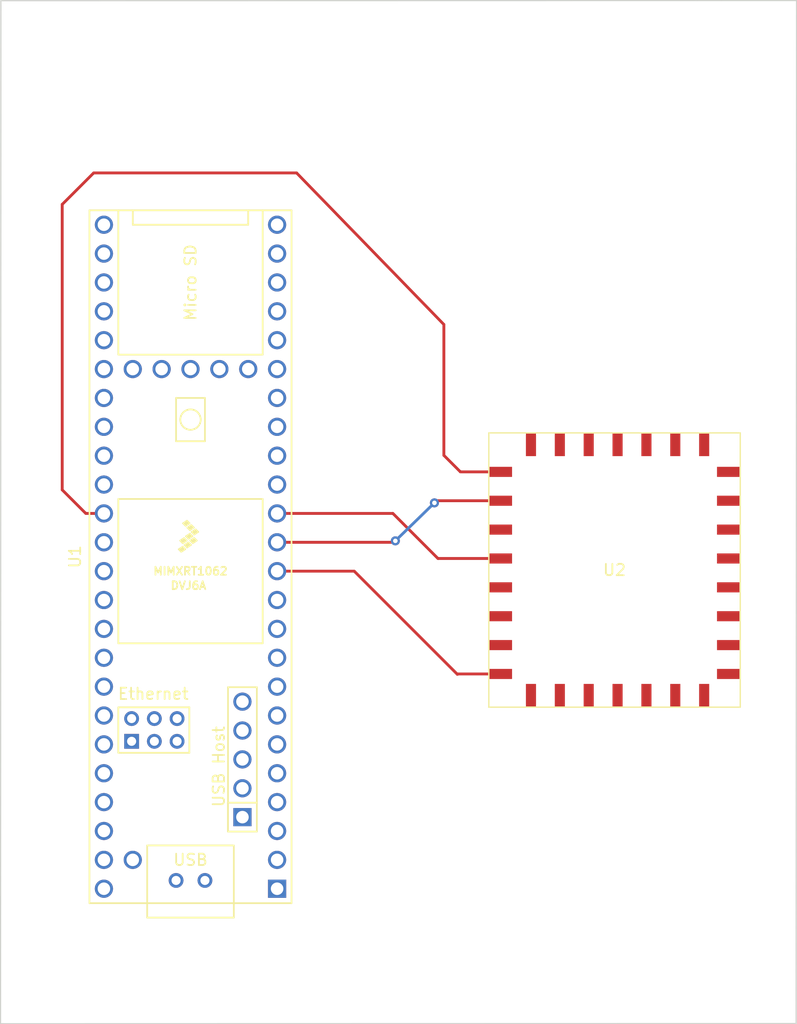
<source format=kicad_pcb>
(kicad_pcb (version 20211014) (generator pcbnew)
  (layers (0 "F.Cu" signal) (31 "B.Cu" signal) (34 "B.Paste" user) (35 "F.Paste" user) (36 "B.SilkS" user "B.Silkscreen") (37 "F.SilkS" user "F.Silkscreen") (38 "B.Mask" user) (39 "F.Mask" user) (44 "Edge.Cuts" user))
  (net 0 "")
  (net 1 "Net-(U1-Pad1)")
  (net 12 "Net-(U1-Pad12)")
  (net 13 "Net-(U1-Pad13)")
  (net 14 "Net-(U1-Pad14)")
  (net 35 "Net-(U1-Pad35)")
  (net 48 "Net-(U1-Pad48)")
  (net 68 "Net-(U2-Pad1)")
  (net 77 "Net-(U2-Pad10)")
  (footprint "teensy_footprints:Teensy41" (layer "F.Cu") (at 99.693795 88.933494 90)
    (fp_text reference "U1" (at 0 -10.16 90) (layer "F.SilkS"))
    (fp_text value "Teensy4.1")
    (fp_text user "Micro SD" (at 24.13 0 90) (layer "F.SilkS"))
    (fp_text user "Ethernet" (at -12.065 -3.2766) (layer "F.SilkS"))
    (fp_text user "USB Host" (at -18.4658 2.4892 90) (layer "F.SilkS"))
    (fp_text user "MIMXRT1062" (at -1.27 0) (layer "F.SilkS") (effects (font (size 0.7 0.7))))
    (fp_text user "USB" (at -26.67 0) (layer "F.SilkS"))
    (fp_text user "DVJ6A" (at -2.54 -0.18) (layer "F.SilkS") (effects (font (size 0.7 0.7))))
    (fp_line (start -30.48 -8.89) (end 30.48 -8.89) (layer "F.SilkS") (width 0.15))
    (fp_line (start 17.78 6.35) (end 30.48 6.35) (layer "F.SilkS") (width 0.15))
    (fp_line (start -31.75 3.81) (end -31.75 -3.81) (layer "F.SilkS") (width 0.15))
    (fp_line (start 13.97 1.27) (end 10.16 1.27) (layer "F.SilkS") (width 0.15))
    (fp_line (start -25.4 3.81) (end -30.48 3.81) (layer "F.SilkS") (width 0.15))
    (fp_line (start -24.1808 5.8392) (end -24.1808 3.2992) (layer "F.SilkS") (width 0.15))
    (fp_line (start -13.25 -0.1016) (end -13.25 -6.3516) (layer "F.SilkS") (width 0.15))
    (fp_line (start 10.16 1.27) (end 10.16 -1.27) (layer "F.SilkS") (width 0.15))
    (fp_line (start -31.75 -3.81) (end -30.48 -3.81) (layer "F.SilkS") (width 0.15))
    (fp_line (start -7.62 -6.35) (end -7.62 6.35) (layer "F.SilkS") (width 0.15))
    (fp_line (start -11.4808 5.8392) (end -24.1808 5.8392) (layer "F.SilkS") (width 0.15))
    (fp_line (start 29.21 -5.08) (end 29.21 5.08) (layer "F.SilkS") (width 0.15))
    (fp_line (start -17.25 -0.1016) (end -13.25 -0.1016) (layer "F.SilkS") (width 0.15))
    (fp_line (start -13.25 -6.3516) (end -17.25 -6.3516) (layer "F.SilkS") (width 0.15))
    (fp_line (start 5.08 6.35) (end 5.08 -6.35) (layer "F.SilkS") (width 0.15))
    (fp_line (start -17.25 -6.1016) (end -17.25 -0.1016) (layer "F.SilkS") (width 0.15))
    (fp_line (start 30.48 8.89) (end -30.48 8.89) (layer "F.SilkS") (width 0.15))
    (fp_line (start 30.48 -8.89) (end 30.48 8.89) (layer "F.SilkS") (width 0.15))
    (fp_line (start 10.16 -1.27) (end 13.97 -1.27) (layer "F.SilkS") (width 0.15))
    (fp_line (start -17.25 -6.3516) (end -17.25 -6.1016) (layer "F.SilkS") (width 0.15))
    (fp_line (start -24.1808 3.2992) (end -11.4808 3.2992) (layer "F.SilkS") (width 0.15))
    (fp_line (start -30.48 8.89) (end -30.48 -8.89) (layer "F.SilkS") (width 0.15))
    (fp_line (start -30.48 3.81) (end -31.75 3.81) (layer "F.SilkS") (width 0.15))
    (fp_line (start 5.08 -6.35) (end -7.62 -6.35) (layer "F.SilkS") (width 0.15))
    (fp_line (start -7.62 6.35) (end 5.08 6.35) (layer "F.SilkS") (width 0.15))
    (fp_line (start 13.97 -1.27) (end 13.97 1.27) (layer "F.SilkS") (width 0.15))
    (fp_line (start 29.21 5.08) (end 30.48 5.08) (layer "F.SilkS") (width 0.15))
    (fp_line (start 30.48 -5.08) (end 29.21 -5.08) (layer "F.SilkS") (width 0.15))
    (fp_line (start 17.78 -6.35) (end 17.78 6.35) (layer "F.SilkS") (width 0.15))
    (fp_line (start -25.4 -3.81) (end -30.48 -3.81) (layer "F.SilkS") (width 0.15))
    (fp_line (start -25.4 3.81) (end -25.4 -3.81) (layer "F.SilkS") (width 0.15))
    (fp_line (start -11.4808 3.2992) (end -11.4808 5.8392) (layer "F.SilkS") (width 0.15))
    (fp_line (start -24.1808 3.2992) (end -21.6408 3.2992) (layer "F.SilkS") (width 0.15))
    (fp_line (start -21.6408 3.2992) (end -21.6408 5.8392) (layer "F.SilkS") (width 0.15))
    (fp_line (start 30.48 -6.35) (end 17.78 -6.35) (layer "F.SilkS") (width 0.15))
    (fp_circle (center 12.065 0) (end 12.7 -0.635) (layer "F.SilkS") (width 0.15) (fill none))
    (fp_poly (pts (xy 2.054 -0.053) (xy 1.8 0.201) (xy 1.546 -0.18) (xy 1.8 -0.434)) (layer "F.SilkS") (width 0.1) (fill solid))
    (fp_poly (pts (xy 1.292 -0.18) (xy 1.038 0.074) (xy 0.784 -0.307) (xy 1.038 -0.561)) (layer "F.SilkS") (width 0.1) (fill solid))
    (fp_poly (pts (xy 2.435 0.455) (xy 2.181 0.709) (xy 1.927 0.328) (xy 2.181 0.074)) (layer "F.SilkS") (width 0.1) (fill solid))
    (fp_poly (pts (xy 3.197 -0.307) (xy 2.943 -0.053) (xy 2.689 -0.434) (xy 2.943 -0.688)) (layer "F.SilkS") (width 0.1) (fill solid))
    (fp_poly (pts (xy 2.816 0.074) (xy 2.562 0.328) (xy 2.308 -0.053) (xy 2.562 -0.307)) (layer "F.SilkS") (width 0.1) (fill solid))
    (fp_poly (pts (xy 0.911 -0.688) (xy 0.657 -0.434) (xy 0.403 -0.815) (xy 0.657 -1.069)) (layer "F.SilkS") (width 0.1) (fill solid))
    (fp_poly (pts (xy 1.673 0.328) (xy 1.419 0.582) (xy 1.165 0.201) (xy 1.419 -0.053)) (layer "F.SilkS") (width 0.1) (fill solid))
    (fp_poly (pts (xy 1.673 -0.561) (xy 1.419 -0.307) (xy 1.165 -0.688) (xy 1.419 -0.942)) (layer "F.SilkS") (width 0.1) (fill solid))
    (pad "1" thru_hole rect (at -29.21 7.62 90) (size 1.6 1.6) (drill 1.1) (layers *.Cu *.Mask) (net 1 "Net-(U1-Pad1)"))
    (pad "2" thru_hole circle (at -26.67 7.62 90) (size 1.6 1.6) (drill 1.1) (layers *.Cu *.Mask))
    (pad "3" thru_hole circle (at -24.13 7.62 90) (size 1.6 1.6) (drill 1.1) (layers *.Cu *.Mask))
    (pad "4" thru_hole circle (at -21.59 7.62 90) (size 1.6 1.6) (drill 1.1) (layers *.Cu *.Mask))
    (pad "5" thru_hole circle (at -19.05 7.62 90) (size 1.6 1.6) (drill 1.1) (layers *.Cu *.Mask))
    (pad "6" thru_hole circle (at -16.51 7.62 90) (size 1.6 1.6) (drill 1.1) (layers *.Cu *.Mask))
    (pad "7" thru_hole circle (at -13.97 7.62 90) (size 1.6 1.6) (drill 1.1) (layers *.Cu *.Mask))
    (pad "8" thru_hole circle (at -11.43 7.62 90) (size 1.6 1.6) (drill 1.1) (layers *.Cu *.Mask))
    (pad "9" thru_hole circle (at -8.89 7.62 90) (size 1.6 1.6) (drill 1.1) (layers *.Cu *.Mask))
    (pad "10" thru_hole circle (at -6.35 7.62 90) (size 1.6 1.6) (drill 1.1) (layers *.Cu *.Mask))
    (pad "11" thru_hole circle (at -3.81 7.62 90) (size 1.6 1.6) (drill 1.1) (layers *.Cu *.Mask))
    (pad "12" thru_hole circle (at -1.27 7.62 90) (size 1.6 1.6) (drill 1.1) (layers *.Cu *.Mask) (net 12 "Net-(U1-Pad12)"))
    (pad "13" thru_hole circle (at 1.27 7.62 90) (size 1.6 1.6) (drill 1.1) (layers *.Cu *.Mask) (net 13 "Net-(U1-Pad13)"))
    (pad "14" thru_hole circle (at 3.81 7.62 90) (size 1.6 1.6) (drill 1.1) (layers *.Cu *.Mask) (net 14 "Net-(U1-Pad14)"))
    (pad "15" thru_hole circle (at 6.35 7.62 90) (size 1.6 1.6) (drill 1.1) (layers *.Cu *.Mask))
    (pad "16" thru_hole circle (at 8.89 7.62 90) (size 1.6 1.6) (drill 1.1) (layers *.Cu *.Mask))
    (pad "17" thru_hole circle (at 11.43 7.62 90) (size 1.6 1.6) (drill 1.1) (layers *.Cu *.Mask))
    (pad "18" thru_hole circle (at 13.97 7.62 90) (size 1.6 1.6) (drill 1.1) (layers *.Cu *.Mask))
    (pad "19" thru_hole circle (at 16.51 7.62 90) (size 1.6 1.6) (drill 1.1) (layers *.Cu *.Mask))
    (pad "20" thru_hole circle (at 19.05 7.62 90) (size 1.6 1.6) (drill 1.1) (layers *.Cu *.Mask))
    (pad "21" thru_hole circle (at 21.59 7.62 90) (size 1.6 1.6) (drill 1.1) (layers *.Cu *.Mask))
    (pad "22" thru_hole circle (at 24.13 7.62 90) (size 1.6 1.6) (drill 1.1) (layers *.Cu *.Mask))
    (pad "23" thru_hole circle (at 26.67 7.62 90) (size 1.6 1.6) (drill 1.1) (layers *.Cu *.Mask))
    (pad "24" thru_hole circle (at 29.21 7.62 90) (size 1.6 1.6) (drill 1.1) (layers *.Cu *.Mask))
    (pad "25" thru_hole circle (at 29.21 -7.62 90) (size 1.6 1.6) (drill 1.1) (layers *.Cu *.Mask))
    (pad "26" thru_hole circle (at 26.67 -7.62 90) (size 1.6 1.6) (drill 1.1) (layers *.Cu *.Mask))
    (pad "27" thru_hole circle (at 24.13 -7.62 90) (size 1.6 1.6) (drill 1.1) (layers *.Cu *.Mask))
    (pad "28" thru_hole circle (at 21.59 -7.62 90) (size 1.6 1.6) (drill 1.1) (layers *.Cu *.Mask))
    (pad "29" thru_hole circle (at 19.05 -7.62 90) (size 1.6 1.6) (drill 1.1) (layers *.Cu *.Mask))
    (pad "30" thru_hole circle (at 16.51 -7.62 90) (size 1.6 1.6) (drill 1.1) (layers *.Cu *.Mask))
    (pad "31" thru_hole circle (at 13.97 -7.62 90) (size 1.6 1.6) (drill 1.1) (layers *.Cu *.Mask))
    (pad "32" thru_hole circle (at 11.43 -7.62 90) (size 1.6 1.6) (drill 1.1) (layers *.Cu *.Mask))
    (pad "33" thru_hole circle (at 8.89 -7.62 90) (size 1.6 1.6) (drill 1.1) (layers *.Cu *.Mask))
    (pad "34" thru_hole circle (at 6.35 -7.62 90) (size 1.6 1.6) (drill 1.1) (layers *.Cu *.Mask))
    (pad "35" thru_hole circle (at 3.81 -7.62 90) (size 1.6 1.6) (drill 1.1) (layers *.Cu *.Mask) (net 35 "Net-(U1-Pad35)"))
    (pad "36" thru_hole circle (at 1.27 -7.62 90) (size 1.6 1.6) (drill 1.1) (layers *.Cu *.Mask))
    (pad "37" thru_hole circle (at -1.27 -7.62 90) (size 1.6 1.6) (drill 1.1) (layers *.Cu *.Mask))
    (pad "38" thru_hole circle (at -3.81 -7.62 90) (size 1.6 1.6) (drill 1.1) (layers *.Cu *.Mask))
    (pad "39" thru_hole circle (at -6.35 -7.62 90) (size 1.6 1.6) (drill 1.1) (layers *.Cu *.Mask))
    (pad "40" thru_hole circle (at -8.89 -7.62 90) (size 1.6 1.6) (drill 1.1) (layers *.Cu *.Mask))
    (pad "41" thru_hole circle (at -11.43 -7.62 90) (size 1.6 1.6) (drill 1.1) (layers *.Cu *.Mask))
    (pad "42" thru_hole circle (at -13.97 -7.62 90) (size 1.6 1.6) (drill 1.1) (layers *.Cu *.Mask))
    (pad "43" thru_hole circle (at -16.51 -7.62 90) (size 1.6 1.6) (drill 1.1) (layers *.Cu *.Mask))
    (pad "44" thru_hole circle (at -19.05 -7.62 90) (size 1.6 1.6) (drill 1.1) (layers *.Cu *.Mask))
    (pad "45" thru_hole circle (at -21.59 -7.62 90) (size 1.6 1.6) (drill 1.1) (layers *.Cu *.Mask))
    (pad "46" thru_hole circle (at -24.13 -7.62 90) (size 1.6 1.6) (drill 1.1) (layers *.Cu *.Mask))
    (pad "47" thru_hole circle (at -26.67 -7.62 90) (size 1.6 1.6) (drill 1.1) (layers *.Cu *.Mask))
    (pad "48" thru_hole circle (at -29.21 -7.62 90) (size 1.6 1.6) (drill 1.1) (layers *.Cu *.Mask) (net 48 "Net-(U1-Pad48)"))
    (pad "49" thru_hole circle (at -26.67 -5.08 90) (size 1.6 1.6) (drill 1.1) (layers *.Cu *.Mask))
    (pad "50" thru_hole circle (at 16.51 5.08 90) (size 1.6 1.6) (drill 1.1) (layers *.Cu *.Mask))
    (pad "51" thru_hole circle (at 16.51 2.54 90) (size 1.6 1.6) (drill 1.1) (layers *.Cu *.Mask))
    (pad "52" thru_hole circle (at 16.51 0 90) (size 1.6 1.6) (drill 1.1) (layers *.Cu *.Mask))
    (pad "53" thru_hole circle (at 16.51 -2.54 90) (size 1.6 1.6) (drill 1.1) (layers *.Cu *.Mask))
    (pad "54" thru_hole circle (at 16.51 -5.08 90) (size 1.6 1.6) (drill 1.1) (layers *.Cu *.Mask))
    (pad "55" thru_hole rect (at -22.9108 4.5692 90) (size 1.6 1.6) (drill 1.1) (layers *.Cu *.Mask))
    (pad "56" thru_hole circle (at -20.3708 4.5692 90) (size 1.6 1.6) (drill 1.1) (layers *.Cu *.Mask))
    (pad "57" thru_hole circle (at -17.8308 4.5692 90) (size 1.6 1.6) (drill 1.1) (layers *.Cu *.Mask))
    (pad "58" thru_hole circle (at -15.2908 4.5692 90) (size 1.6 1.6) (drill 1.1) (layers *.Cu *.Mask))
    (pad "59" thru_hole circle (at -12.7508 4.5692 90) (size 1.6 1.6) (drill 1.1) (layers *.Cu *.Mask))
    (pad "60" thru_hole rect (at -16.24 -5.1816 90) (size 1.3 1.3) (drill 0.8) (layers *.Cu *.Mask))
    (pad "61" thru_hole circle (at -16.24 -3.1816 90) (size 1.3 1.3) (drill 0.8) (layers *.Cu *.Mask))
    (pad "62" thru_hole circle (at -16.24 -1.1816 90) (size 1.3 1.3) (drill 0.8) (layers *.Cu *.Mask))
    (pad "63" thru_hole circle (at -14.24 -1.1816 90) (size 1.3 1.3) (drill 0.8) (layers *.Cu *.Mask))
    (pad "64" thru_hole circle (at -14.24 -3.1816 90) (size 1.3 1.3) (drill 0.8) (layers *.Cu *.Mask))
    (pad "65" thru_hole circle (at -14.24 -5.1816 90) (size 1.3 1.3) (drill 0.8) (layers *.Cu *.Mask))
    (pad "66" thru_hole circle (at -28.48 -1.27 90) (size 1.3 1.3) (drill 0.8) (layers *.Cu *.Mask))
    (pad "67" thru_hole circle (at -28.48 1.27 90) (size 1.3 1.3) (drill 0.8) (layers *.Cu *.Mask))
  )
  (footprint "vn-100_footprint:vn-100s" (layer "F.Cu") (at 137.004582 90.103637)
    (fp_text reference "U2" (at 0 0 unlocked) (layer "F.SilkS"))
    (fp_text value "vn-100")
    (fp_line (start -11.0617 -12.065) (end -11.0617 12.065) (layer "F.SilkS") (width 0.12))
    (fp_line (start 11.0617 -12.065) (end 11.0617 12.065) (layer "F.SilkS") (width 0.12))
    (fp_line (start -11.0617 12.065) (end 11.0617 12.065) (layer "F.SilkS") (width 0.12))
    (fp_line (start -11.0617 -12.065) (end 11.0617 -12.065) (layer "F.SilkS") (width 0.12))
    (pad "1" smd rect (at 10.0076 9.144) (size 1.9812 0.889) (layers "F.Cu" "F.Paste" "F.Mask") (net 68 "Net-(U2-Pad1)"))
    (pad "2" smd rect (at 10.0076 6.604) (size 1.9812 0.889) (layers "F.Cu" "F.Paste" "F.Mask"))
    (pad "3" smd rect (at 10.0076 4.064) (size 1.9812 0.889) (layers "F.Cu" "F.Paste" "F.Mask"))
    (pad "4" smd rect (at 10.0076 1.524) (size 1.9812 0.889) (layers "F.Cu" "F.Paste" "F.Mask"))
    (pad "5" smd rect (at 10.0076 -1.016) (size 1.9812 0.889) (layers "F.Cu" "F.Paste" "F.Mask"))
    (pad "6" smd rect (at 10.0076 -3.556) (size 1.9812 0.889) (layers "F.Cu" "F.Paste" "F.Mask"))
    (pad "7" smd rect (at 10.0076 -6.096) (size 1.9812 0.889) (layers "F.Cu" "F.Paste" "F.Mask"))
    (pad "8" smd rect (at 10.0076 -8.636) (size 1.9812 0.889) (layers "F.Cu" "F.Paste" "F.Mask"))
    (pad "9" smd rect (at 7.8867 -11.0109 90) (size 1.9812 0.889) (layers "F.Cu" "F.Paste" "F.Mask"))
    (pad "10" smd rect (at 5.3467 -11.0109 90) (size 1.9812 0.889) (layers "F.Cu" "F.Paste" "F.Mask") (net 77 "Net-(U2-Pad10)"))
    (pad "11" smd rect (at 2.8067 -11.0109 90) (size 1.9812 0.889) (layers "F.Cu" "F.Paste" "F.Mask"))
    (pad "12" smd rect (at 0.2667 -11.0109 90) (size 1.9812 0.889) (layers "F.Cu" "F.Paste" "F.Mask"))
    (pad "13" smd rect (at -2.2733 -11.0109 90) (size 1.9812 0.889) (layers "F.Cu" "F.Paste" "F.Mask"))
    (pad "14" smd rect (at -4.8133 -11.0109 90) (size 1.9812 0.889) (layers "F.Cu" "F.Paste" "F.Mask"))
    (pad "15" smd rect (at -7.3533 -11.0109 90) (size 1.9812 0.889) (layers "F.Cu" "F.Paste" "F.Mask"))
    (pad "16" smd rect (at -10.0076 -8.636 180) (size 1.9812 0.889) (layers "F.Cu" "F.Paste" "F.Mask") (net 35 "Net-(U1-Pad35)"))
    (pad "17" smd rect (at -10.0076 -6.096 180) (size 1.9812 0.889) (layers "F.Cu" "F.Paste" "F.Mask") (net 13 "Net-(U1-Pad13)"))
    (pad "18" smd rect (at -10.0076 -3.556 180) (size 1.9812 0.889) (layers "F.Cu" "F.Paste" "F.Mask"))
    (pad "19" smd rect (at -10.0076 -1.016 180) (size 1.9812 0.889) (layers "F.Cu" "F.Paste" "F.Mask") (net 14 "Net-(U1-Pad14)"))
    (pad "20" smd rect (at -10.0076 1.524 180) (size 1.9812 0.889) (layers "F.Cu" "F.Paste" "F.Mask"))
    (pad "21" smd rect (at -10.0076 4.064 180) (size 1.9812 0.889) (layers "F.Cu" "F.Paste" "F.Mask"))
    (pad "22" smd rect (at -10.0076 6.604 180) (size 1.9812 0.889) (layers "F.Cu" "F.Paste" "F.Mask"))
    (pad "23" smd rect (at -10.0076 9.144 180) (size 1.9812 0.889) (layers "F.Cu" "F.Paste" "F.Mask") (net 12 "Net-(U1-Pad12)"))
    (pad "24" smd rect (at -7.3533 11.0109 270) (size 1.9812 0.889) (layers "F.Cu" "F.Paste" "F.Mask"))
    (pad "25" smd rect (at -4.8133 11.0109 270) (size 1.9812 0.889) (layers "F.Cu" "F.Paste" "F.Mask"))
    (pad "26" smd rect (at -2.2733 11.0109 270) (size 1.9812 0.889) (layers "F.Cu" "F.Paste" "F.Mask"))
    (pad "27" smd rect (at 0.2667 11.0109 270) (size 1.9812 0.889) (layers "F.Cu" "F.Paste" "F.Mask"))
    (pad "28" smd rect (at 2.8067 11.0109 270) (size 1.9812 0.889) (layers "F.Cu" "F.Paste" "F.Mask"))
    (pad "29" smd rect (at 5.3467 11.0109 270) (size 1.9812 0.889) (layers "F.Cu" "F.Paste" "F.Mask"))
    (pad "30" smd rect (at 7.8867 11.0109 270) (size 1.9812 0.889) (layers "F.Cu" "F.Paste" "F.Mask"))
  )
  (gr_line (start 152.983927 130.003973) (end 153.021615 40.001831) (layer "Edge.Cuts") (width 0.1))
  (gr_line (start 82.980924 130.017531) (end 152.983927 130.003973) (layer "Edge.Cuts") (width 0.1))
  (gr_line (start 83.009822 40.014024) (end 82.980924 130.017531) (layer "Edge.Cuts") (width 0.1))
  (gr_line (start 153.021615 40.001831) (end 83.009822 40.014024) (layer "Edge.Cuts") (width 0.1))
  (segment (start 107.313795 90.203494) (end 114.099904 90.203494) (width 0.25) (layer "F.Cu") (net 12))
  (segment (start 123.177315 99.280905) (end 123.210583 99.247637) (width 0.25) (layer "F.Cu") (net 12))
  (segment (start 114.099904 90.203494) (end 123.177315 99.280905) (width 0.25) (layer "F.Cu") (net 12))
  (segment (start 123.210583 99.247637) (end 126.996982 99.247637) (width 0.25) (layer "F.Cu") (net 12))
  (segment (start 121.343619 84.007637) (end 121.156386 84.19487) (width 0.25) (layer "F.Cu") (net 13))
  (segment (start 126.996982 84.007637) (end 121.343619 84.007637) (width 0.25) (layer "F.Cu") (net 13))
  (segment (start 117.592277 87.663494) (end 117.718892 87.536879) (width 0.25) (layer "F.Cu") (net 13))
  (segment (start 107.313795 87.663494) (end 117.592277 87.663494) (width 0.25) (layer "F.Cu") (net 13))
  (via (at 117.718892 87.536879) (size 0.8) (drill 0.4) (layers "F.Cu" "B.Cu") (net 13))
  (via (at 121.156386 84.19487) (size 0.8) (drill 0.4) (layers "F.Cu" "B.Cu") (net 13))
  (segment (start 117.718892 87.536879) (end 121.156386 84.19487) (width 0.25) (layer "B.Cu") (net 13))
  (segment (start 117.501684 85.123494) (end 121.465827 89.087637) (width 0.25) (layer "F.Cu") (net 14))
  (segment (start 121.465827 89.087637) (end 126.996982 89.087637) (width 0.25) (layer "F.Cu") (net 14))
  (segment (start 107.313795 85.123494) (end 117.501684 85.123494) (width 0.25) (layer "F.Cu") (net 14))
  (segment (start 121.988714 80.01307) (end 123.443281 81.467637) (width 0.25) (layer "F.Cu") (net 35))
  (segment (start 91.173795 55.167139) (end 109.02967 55.167139) (width 0.25) (layer "F.Cu") (net 35))
  (segment (start 92.073795 85.123494) (end 90.479157 85.123494) (width 0.25) (layer "F.Cu") (net 35))
  (segment (start 109.02967 55.167139) (end 121.988714 68.502416) (width 0.25) (layer "F.Cu") (net 35))
  (segment (start 88.404702 57.936232) (end 91.173795 55.167139) (width 0.25) (layer "F.Cu") (net 35))
  (segment (start 90.479157 85.123494) (end 88.404702 83.049039) (width 0.25) (layer "F.Cu") (net 35))
  (segment (start 121.988714 68.502416) (end 121.988714 80.01307) (width 0.25) (layer "F.Cu") (net 35))
  (segment (start 88.404702 83.049039) (end 88.404702 57.936232) (width 0.25) (layer "F.Cu") (net 35))
  (segment (start 123.443281 81.467637) (end 126.996982 81.467637) (width 0.25) (layer "F.Cu") (net 35))
)
</source>
